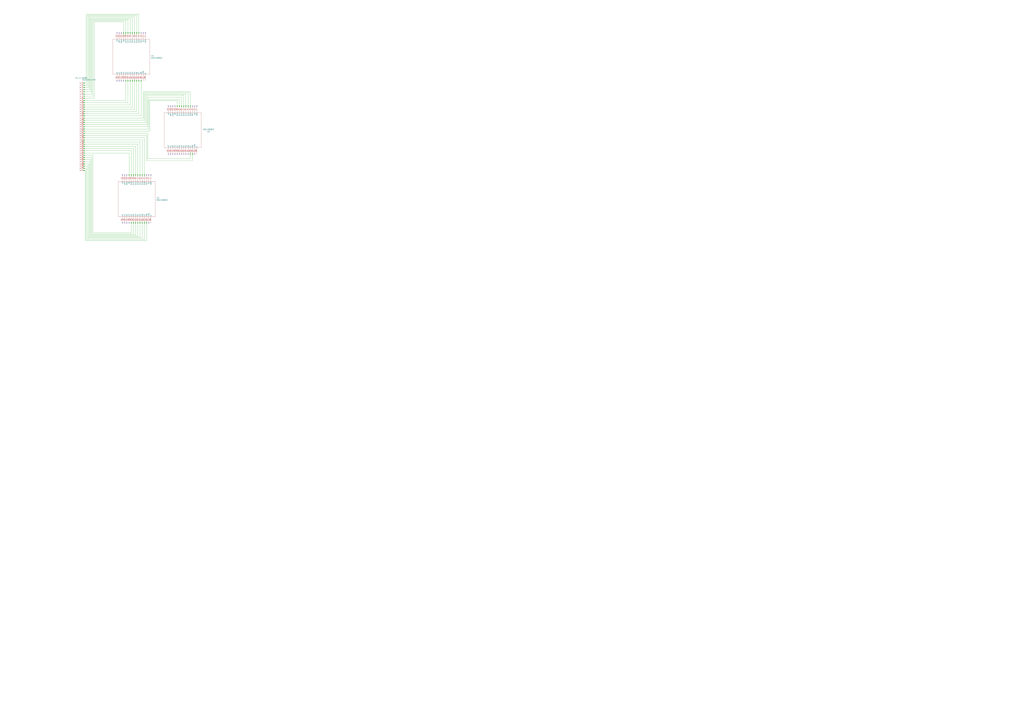
<source format=kicad_sch>
(kicad_sch (version 20250114) (generator "eeschema") (generator_version "9.0")
  (paper "A0")
  (lib_symbols
    (symbol "ADG426BNZ:ADG426BNZ" (pin_names (offset 0.254))
      (property "Reference" "U" (at 27.94 10.16 0))
      (property "Value" "ADG426BNZ" (at 27.94 7.62 0))
      (symbol "ADG426BNZ_0_1"
        (polyline (pts (xy 7.62 5.08) (xy 7.62 -38.1)) (stroke (width 0.127)))
        (polyline (pts (xy 7.62 -38.1) (xy 48.26 -38.1)) (stroke (width 0.127)))
        (polyline (pts (xy 48.26 5.08) (xy 7.62 5.08)) (stroke (width 0.127)))
        (polyline (pts (xy 48.26 -38.1) (xy 48.26 5.08)) (stroke (width 0.127)))
        (pin power_in line (at 0 0 0) (length 7.62) (name "VDD") (number "1"))
        (pin unspecified line (at 0 -2.54 0) (length 7.62) (name "NC") (number "2"))
        (pin unspecified line (at 0 -5.08 0) (length 7.62) (name "RS*") (number "3"))
        (pin unspecified line (at 0 -7.62 0) (length 7.62) (name "S16") (number "4"))
        (pin unspecified line (at 0 -10.16 0) (length 7.62) (name "S15") (number "5"))
        (pin unspecified line (at 0 -12.7 0) (length 7.62) (name "S14") (number "6"))
        (pin unspecified line (at 0 -15.24 0) (length 7.62) (name "S13") (number "7"))
        (pin unspecified line (at 0 -17.78 0) (length 7.62) (name "S12") (number "8"))
        (pin unspecified line (at 0 -20.32 0) (length 7.62) (name "S11") (number "9"))
        (pin unspecified line (at 0 -22.86 0) (length 7.62) (name "S10") (number "10"))
        (pin unspecified line (at 0 -25.4 0) (length 7.62) (name "S9") (number "11"))
        (pin unspecified line (at 0 -27.94 0) (length 7.62) (name "GND") (number "12"))
        (pin unspecified line (at 0 -30.48 0) (length 7.62) (name "WR*") (number "13"))
        (pin unspecified line (at 0 -33.02 0) (length 7.62) (name "A3") (number "14"))
        (pin unspecified line (at 55.88 0 180) (length 7.62) (name "D") (number "28"))
        (pin power_in line (at 55.88 -2.54 180) (length 7.62) (name "VSS") (number "27"))
        (pin unspecified line (at 55.88 -5.08 180) (length 7.62) (name "S8") (number "26"))
        (pin unspecified line (at 55.88 -7.62 180) (length 7.62) (name "S7") (number "25"))
        (pin unspecified line (at 55.88 -10.16 180) (length 7.62) (name "S6") (number "24"))
        (pin unspecified line (at 55.88 -12.7 180) (length 7.62) (name "S5") (number "23"))
        (pin unspecified line (at 55.88 -15.24 180) (length 7.62) (name "S4") (number "22"))
        (pin unspecified line (at 55.88 -17.78 180) (length 7.62) (name "S3") (number "21"))
        (pin unspecified line (at 55.88 -20.32 180) (length 7.62) (name "S2") (number "20"))
        (pin unspecified line (at 55.88 -22.86 180) (length 7.62) (name "S1") (number "19"))
        (pin unspecified line (at 55.88 -25.4 180) (length 7.62) (name "EN") (number "18"))
        (pin unspecified line (at 55.88 -27.94 180) (length 7.62) (name "A0") (number "17"))
        (pin unspecified line (at 55.88 -30.48 180) (length 7.62) (name "A1") (number "16"))
        (pin unspecified line (at 55.88 -33.02 180) (length 7.62) (name "A2") (number "15"))
      )
    )
    (symbol "Connector:Conn_01x41_Pin" (pin_names (offset 1.016) (hide yes))
      (property "Reference" "J" (at 0 53.34 0))
      (property "Value" "Conn_01x41_Pin" (at 0 -53.34 0))
      (symbol "Conn_01x41_Pin_1_1"
        (rectangle (start 0.8636 50.927) (end 0 50.673) (stroke (width 0.1524)) (fill (type outline)))
        (rectangle (start 0.8636 48.387) (end 0 48.133) (stroke (width 0.1524)) (fill (type outline)))
        (rectangle (start 0.8636 45.847) (end 0 45.593) (stroke (width 0.1524)) (fill (type outline)))
        (rectangle (start 0.8636 43.307) (end 0 43.053) (stroke (width 0.1524)) (fill (type outline)))
        (rectangle (start 0.8636 40.767) (end 0 40.513) (stroke (width 0.1524)) (fill (type outline)))
        (rectangle (start 0.8636 38.227) (end 0 37.973) (stroke (width 0.1524)) (fill (type outline)))
        (rectangle (start 0.8636 35.687) (end 0 35.433) (stroke (width 0.1524)) (fill (type outline)))
        (rectangle (start 0.8636 33.147) (end 0 32.893) (stroke (width 0.1524)) (fill (type outline)))
        (rectangle (start 0.8636 30.607) (end 0 30.353) (stroke (width 0.1524)) (fill (type outline)))
        (rectangle (start 0.8636 28.067) (end 0 27.813) (stroke (width 0.1524)) (fill (type outline)))
        (rectangle (start 0.8636 25.527) (end 0 25.273) (stroke (width 0.1524)) (fill (type outline)))
        (rectangle (start 0.8636 22.987) (end 0 22.733) (stroke (width 0.1524)) (fill (type outline)))
        (rectangle (start 0.8636 20.447) (end 0 20.193) (stroke (width 0.1524)) (fill (type outline)))
        (rectangle (start 0.8636 17.907) (end 0 17.653) (stroke (width 0.1524)) (fill (type outline)))
        (rectangle (start 0.8636 15.367) (end 0 15.113) (stroke (width 0.1524)) (fill (type outline)))
        (rectangle (start 0.8636 12.827) (end 0 12.573) (stroke (width 0.1524)) (fill (type outline)))
        (rectangle (start 0.8636 10.287) (end 0 10.033) (stroke (width 0.1524)) (fill (type outline)))
        (rectangle (start 0.8636 7.747) (end 0 7.493) (stroke (width 0.1524)) (fill (type outline)))
        (rectangle (start 0.8636 5.207) (end 0 4.953) (stroke (width 0.1524)) (fill (type outline)))
        (rectangle (start 0.8636 2.667) (end 0 2.413) (stroke (width 0.1524)) (fill (type outline)))
        (rectangle (start 0.8636 0.127) (end 0 -0.127) (stroke (width 0.1524)) (fill (type outline)))
        (rectangle (start 0.8636 -2.413) (end 0 -2.667) (stroke (width 0.1524)) (fill (type outline)))
        (rectangle (start 0.8636 -4.953) (end 0 -5.207) (stroke (width 0.1524)) (fill (type outline)))
        (rectangle (start 0.8636 -7.493) (end 0 -7.747) (stroke (width 0.1524)) (fill (type outline)))
        (rectangle (start 0.8636 -10.033) (end 0 -10.287) (stroke (width 0.1524)) (fill (type outline)))
        (rectangle (start 0.8636 -12.573) (end 0 -12.827) (stroke (width 0.1524)) (fill (type outline)))
        (rectangle (start 0.8636 -15.113) (end 0 -15.367) (stroke (width 0.1524)) (fill (type outline)))
        (rectangle (start 0.8636 -17.653) (end 0 -17.907) (stroke (width 0.1524)) (fill (type outline)))
        (rectangle (start 0.8636 -20.193) (end 0 -20.447) (stroke (width 0.1524)) (fill (type outline)))
        (rectangle (start 0.8636 -22.733) (end 0 -22.987) (stroke (width 0.1524)) (fill (type outline)))
        (rectangle (start 0.8636 -25.273) (end 0 -25.527) (stroke (width 0.1524)) (fill (type outline)))
        (rectangle (start 0.8636 -27.813) (end 0 -28.067) (stroke (width 0.1524)) (fill (type outline)))
        (rectangle (start 0.8636 -30.353) (end 0 -30.607) (stroke (width 0.1524)) (fill (type outline)))
        (rectangle (start 0.8636 -32.893) (end 0 -33.147) (stroke (width 0.1524)) (fill (type outline)))
        (rectangle (start 0.8636 -35.433) (end 0 -35.687) (stroke (width 0.1524)) (fill (type outline)))
        (rectangle (start 0.8636 -37.973) (end 0 -38.227) (stroke (width 0.1524)) (fill (type outline)))
        (rectangle (start 0.8636 -40.513) (end 0 -40.767) (stroke (width 0.1524)) (fill (type outline)))
        (rectangle (start 0.8636 -43.053) (end 0 -43.307) (stroke (width 0.1524)) (fill (type outline)))
        (rectangle (start 0.8636 -45.593) (end 0 -45.847) (stroke (width 0.1524)) (fill (type outline)))
        (rectangle (start 0.8636 -48.133) (end 0 -48.387) (stroke (width 0.1524)) (fill (type outline)))
        (rectangle (start 0.8636 -50.673) (end 0 -50.927) (stroke (width 0.1524)) (fill (type outline)))
        (polyline (pts (xy 1.27 50.8) (xy 0.8636 50.8)) (stroke (width 0.1524)))
        (polyline (pts (xy 1.27 48.26) (xy 0.8636 48.26)) (stroke (width 0.1524)))
        (polyline (pts (xy 1.27 45.72) (xy 0.8636 45.72)) (stroke (width 0.1524)))
        (polyline (pts (xy 1.27 43.18) (xy 0.8636 43.18)) (stroke (width 0.1524)))
        (polyline (pts (xy 1.27 40.64) (xy 0.8636 40.64)) (stroke (width 0.1524)))
        (polyline (pts (xy 1.27 38.1) (xy 0.8636 38.1)) (stroke (width 0.1524)))
        (polyline (pts (xy 1.27 35.56) (xy 0.8636 35.56)) (stroke (width 0.1524)))
        (polyline (pts (xy 1.27 33.02) (xy 0.8636 33.02)) (stroke (width 0.1524)))
        (polyline (pts (xy 1.27 30.48) (xy 0.8636 30.48)) (stroke (width 0.1524)))
        (polyline (pts (xy 1.27 27.94) (xy 0.8636 27.94)) (stroke (width 0.1524)))
        (polyline (pts (xy 1.27 25.4) (xy 0.8636 25.4)) (stroke (width 0.1524)))
        (polyline (pts (xy 1.27 22.86) (xy 0.8636 22.86)) (stroke (width 0.1524)))
        (polyline (pts (xy 1.27 20.32) (xy 0.8636 20.32)) (stroke (width 0.1524)))
        (polyline (pts (xy 1.27 17.78) (xy 0.8636 17.78)) (stroke (width 0.1524)))
        (polyline (pts (xy 1.27 15.24) (xy 0.8636 15.24)) (stroke (width 0.1524)))
        (polyline (pts (xy 1.27 12.7) (xy 0.8636 12.7)) (stroke (width 0.1524)))
        (polyline (pts (xy 1.27 10.16) (xy 0.8636 10.16)) (stroke (width 0.1524)))
        (polyline (pts (xy 1.27 7.62) (xy 0.8636 7.62)) (stroke (width 0.1524)))
        (polyline (pts (xy 1.27 5.08) (xy 0.8636 5.08)) (stroke (width 0.1524)))
        (polyline (pts (xy 1.27 2.54) (xy 0.8636 2.54)) (stroke (width 0.1524)))
        (polyline (pts (xy 1.27 0) (xy 0.8636 0)) (stroke (width 0.1524)))
        (polyline (pts (xy 1.27 -2.54) (xy 0.8636 -2.54)) (stroke (width 0.1524)))
        (polyline (pts (xy 1.27 -5.08) (xy 0.8636 -5.08)) (stroke (width 0.1524)))
        (polyline (pts (xy 1.27 -7.62) (xy 0.8636 -7.62)) (stroke (width 0.1524)))
        (polyline (pts (xy 1.27 -10.16) (xy 0.8636 -10.16)) (stroke (width 0.1524)))
        (polyline (pts (xy 1.27 -12.7) (xy 0.8636 -12.7)) (stroke (width 0.1524)))
        (polyline (pts (xy 1.27 -15.24) (xy 0.8636 -15.24)) (stroke (width 0.1524)))
        (polyline (pts (xy 1.27 -17.78) (xy 0.8636 -17.78)) (stroke (width 0.1524)))
        (polyline (pts (xy 1.27 -20.32) (xy 0.8636 -20.32)) (stroke (width 0.1524)))
        (polyline (pts (xy 1.27 -22.86) (xy 0.8636 -22.86)) (stroke (width 0.1524)))
        (polyline (pts (xy 1.27 -25.4) (xy 0.8636 -25.4)) (stroke (width 0.1524)))
        (polyline (pts (xy 1.27 -27.94) (xy 0.8636 -27.94)) (stroke (width 0.1524)))
        (polyline (pts (xy 1.27 -30.48) (xy 0.8636 -30.48)) (stroke (width 0.1524)))
        (polyline (pts (xy 1.27 -33.02) (xy 0.8636 -33.02)) (stroke (width 0.1524)))
        (polyline (pts (xy 1.27 -35.56) (xy 0.8636 -35.56)) (stroke (width 0.1524)))
        (polyline (pts (xy 1.27 -38.1) (xy 0.8636 -38.1)) (stroke (width 0.1524)))
        (polyline (pts (xy 1.27 -40.64) (xy 0.8636 -40.64)) (stroke (width 0.1524)))
        (polyline (pts (xy 1.27 -43.18) (xy 0.8636 -43.18)) (stroke (width 0.1524)))
        (polyline (pts (xy 1.27 -45.72) (xy 0.8636 -45.72)) (stroke (width 0.1524)))
        (polyline (pts (xy 1.27 -48.26) (xy 0.8636 -48.26)) (stroke (width 0.1524)))
        (polyline (pts (xy 1.27 -50.8) (xy 0.8636 -50.8)) (stroke (width 0.1524)))
        (pin passive line (at 5.08 50.8 180) (length 3.81) (name "Pin_1") (number "1"))
        (pin passive line (at 5.08 48.26 180) (length 3.81) (name "Pin_2") (number "2"))
        (pin passive line (at 5.08 45.72 180) (length 3.81) (name "Pin_3") (number "3"))
        (pin passive line (at 5.08 43.18 180) (length 3.81) (name "Pin_4") (number "4"))
        (pin passive line (at 5.08 40.64 180) (length 3.81) (name "Pin_5") (number "5"))
        (pin passive line (at 5.08 38.1 180) (length 3.81) (name "Pin_6") (number "6"))
        (pin passive line (at 5.08 35.56 180) (length 3.81) (name "Pin_7") (number "7"))
        (pin passive line (at 5.08 33.02 180) (length 3.81) (name "Pin_8") (number "8"))
        (pin passive line (at 5.08 30.48 180) (length 3.81) (name "Pin_9") (number "9"))
        (pin passive line (at 5.08 27.94 180) (length 3.81) (name "Pin_10") (number "10"))
        (pin passive line (at 5.08 25.4 180) (length 3.81) (name "Pin_11") (number "11"))
        (pin passive line (at 5.08 22.86 180) (length 3.81) (name "Pin_12") (number "12"))
        (pin passive line (at 5.08 20.32 180) (length 3.81) (name "Pin_13") (number "13"))
        (pin passive line (at 5.08 17.78 180) (length 3.81) (name "Pin_14") (number "14"))
        (pin passive line (at 5.08 15.24 180) (length 3.81) (name "Pin_15") (number "15"))
        (pin passive line (at 5.08 12.7 180) (length 3.81) (name "Pin_16") (number "16"))
        (pin passive line (at 5.08 10.16 180) (length 3.81) (name "Pin_17") (number "17"))
        (pin passive line (at 5.08 7.62 180) (length 3.81) (name "Pin_18") (number "18"))
        (pin passive line (at 5.08 5.08 180) (length 3.81) (name "Pin_19") (number "19"))
        (pin passive line (at 5.08 2.54 180) (length 3.81) (name "Pin_20") (number "20"))
        (pin passive line (at 5.08 0 180) (length 3.81) (name "Pin_21") (number "21"))
        (pin passive line (at 5.08 -2.54 180) (length 3.81) (name "Pin_22") (number "22"))
        (pin passive line (at 5.08 -5.08 180) (length 3.81) (name "Pin_23") (number "23"))
        (pin passive line (at 5.08 -7.62 180) (length 3.81) (name "Pin_24") (number "24"))
        (pin passive line (at 5.08 -10.16 180) (length 3.81) (name "Pin_25") (number "25"))
        (pin passive line (at 5.08 -12.7 180) (length 3.81) (name "Pin_26") (number "26"))
        (pin passive line (at 5.08 -15.24 180) (length 3.81) (name "Pin_27") (number "27"))
        (pin passive line (at 5.08 -17.78 180) (length 3.81) (name "Pin_28") (number "28"))
        (pin passive line (at 5.08 -20.32 180) (length 3.81) (name "Pin_29") (number "29"))
        (pin passive line (at 5.08 -22.86 180) (length 3.81) (name "Pin_30") (number "30"))
        (pin passive line (at 5.08 -25.4 180) (length 3.81) (name "Pin_31") (number "31"))
        (pin passive line (at 5.08 -27.94 180) (length 3.81) (name "Pin_32") (number "32"))
        (pin passive line (at 5.08 -30.48 180) (length 3.81) (name "Pin_33") (number "33"))
        (pin passive line (at 5.08 -33.02 180) (length 3.81) (name "Pin_34") (number "34"))
        (pin passive line (at 5.08 -35.56 180) (length 3.81) (name "Pin_35") (number "35"))
        (pin passive line (at 5.08 -38.1 180) (length 3.81) (name "Pin_36") (number "36"))
        (pin passive line (at 5.08 -40.64 180) (length 3.81) (name "Pin_37") (number "37"))
        (pin passive line (at 5.08 -43.18 180) (length 3.81) (name "Pin_38") (number "38"))
        (pin passive line (at 5.08 -45.72 180) (length 3.81) (name "Pin_39") (number "39"))
        (pin passive line (at 5.08 -48.26 180) (length 3.81) (name "Pin_40") (number "40"))
        (pin passive line (at 5.08 -50.8 180) (length 3.81) (name "Pin_41") (number "41"))
      )
    )
  )
  (junction (at 97.79 187.96))
  (junction (at 165.1 259.08))
  (junction (at 156.21 93.98))
  (junction (at 158.75 38.1))
  (junction (at 97.79 124.46))
  (junction (at 153.67 93.98))
  (junction (at 97.79 149.86))
  (junction (at 161.29 38.1))
  (junction (at 152.4 203.2))
  (junction (at 97.79 96.52))
  (junction (at 154.94 259.08))
  (junction (at 208.28 123.19))
  (junction (at 220.98 179.07))
  (junction (at 97.79 104.14))
  (junction (at 223.52 179.07))
  (junction (at 151.13 38.1))
  (junction (at 157.48 259.08))
  (junction (at 165.1 203.2))
  (junction (at 151.13 93.98))
  (junction (at 146.05 38.1))
  (junction (at 153.67 38.1))
  (junction (at 97.79 193.04))
  (junction (at 149.86 203.2))
  (junction (at 146.05 93.98))
  (junction (at 97.79 106.68))
  (junction (at 215.9 123.19))
  (junction (at 97.79 157.48))
  (junction (at 97.79 147.32))
  (junction (at 97.79 139.7))
  (junction (at 97.79 116.84))
  (junction (at 160.02 203.2))
  (junction (at 167.64 203.2))
  (junction (at 97.79 99.06))
  (junction (at 97.79 177.8))
  (junction (at 97.79 119.38))
  (junction (at 143.51 38.1))
  (junction (at 97.79 170.18))
  (junction (at 97.79 129.54))
  (junction (at 97.79 121.92))
  (junction (at 161.29 93.98))
  (junction (at 170.18 259.08))
  (junction (at 97.79 160.02))
  (junction (at 97.79 101.6))
  (junction (at 156.21 38.1))
  (junction (at 158.75 93.98))
  (junction (at 97.79 134.62))
  (junction (at 97.79 114.3))
  (junction (at 97.79 175.26))
  (junction (at 97.79 185.42))
  (junction (at 152.4 259.08))
  (junction (at 97.79 142.24))
  (junction (at 218.44 123.19))
  (junction (at 163.83 93.98))
  (junction (at 160.02 259.08))
  (junction (at 154.94 203.2))
  (junction (at 97.79 190.5))
  (junction (at 97.79 165.1))
  (junction (at 97.79 127))
  (junction (at 167.64 259.08))
  (junction (at 220.98 123.19))
  (junction (at 162.56 259.08))
  (junction (at 157.48 203.2))
  (junction (at 97.79 137.16))
  (junction (at 97.79 154.94))
  (junction (at 97.79 111.76))
  (junction (at 205.74 123.19))
  (junction (at 97.79 144.78))
  (junction (at 97.79 162.56))
  (junction (at 162.56 203.2))
  (junction (at 97.79 198.12))
  (junction (at 97.79 109.22))
  (junction (at 97.79 180.34))
  (junction (at 210.82 123.19))
  (junction (at 97.79 167.64))
  (junction (at 97.79 172.72))
  (junction (at 97.79 195.58))
  (junction (at 213.36 123.19))
  (junction (at 148.59 93.98))
  (junction (at 148.59 38.1))
  (junction (at 97.79 152.4))
  (junction (at 97.79 182.88))
  (junction (at 97.79 132.08))
  (no_connect (at 144.78 203.2))
  (no_connect (at 208.28 179.07))
  (no_connect (at 226.06 123.19))
  (no_connect (at 195.58 179.07))
  (no_connect (at 213.36 179.07))
  (no_connect (at 195.58 123.19))
  (no_connect (at 166.37 38.1))
  (no_connect (at 215.9 179.07))
  (no_connect (at 198.12 123.19))
  (no_connect (at 203.2 123.19))
  (no_connect (at 223.52 123.19))
  (no_connect (at 144.78 259.08))
  (no_connect (at 138.43 38.1))
  (no_connect (at 147.32 203.2))
  (no_connect (at 147.32 259.08))
  (no_connect (at 175.26 203.2))
  (no_connect (at 163.83 38.1))
  (no_connect (at 140.97 93.98))
  (no_connect (at 205.74 179.07))
  (no_connect (at 168.91 38.1))
  (no_connect (at 142.24 203.2))
  (no_connect (at 228.6 123.19))
  (no_connect (at 218.44 179.07))
  (no_connect (at 135.89 93.98))
  (no_connect (at 149.86 259.08))
  (no_connect (at 226.06 179.07))
  (no_connect (at 198.12 179.07))
  (no_connect (at 200.66 123.19))
  (no_connect (at 143.51 93.98))
  (no_connect (at 140.97 38.1))
  (no_connect (at 210.82 179.07))
  (no_connect (at 142.24 259.08))
  (no_connect (at 170.18 203.2))
  (no_connect (at 135.89 38.1))
  (no_connect (at 172.72 203.2))
  (no_connect (at 172.72 259.08))
  (no_connect (at 200.66 179.07))
  (no_connect (at 203.2 179.07))
  (no_connect (at 138.43 93.98))
  (wire (pts (xy 109.22 114.3) (xy 109.22 25.4)))
  (wire (pts (xy 167.64 107.95) (xy 218.44 107.95)))
  (wire (pts (xy 104.14 187.96) (xy 104.14 274.32)))
  (wire (pts (xy 97.79 121.92) (xy 151.13 121.92)))
  (wire (pts (xy 223.52 179.07) (xy 223.52 186.69)))
  (wire (pts (xy 149.86 203.2) (xy 149.86 204.47)))
  (wire (pts (xy 167.64 256.54) (xy 167.64 259.08)))
  (wire (pts (xy 107.95 180.34) (xy 107.95 270.51)))
  (wire (pts (xy 99.06 198.12) (xy 99.06 279.4)))
  (wire (pts (xy 97.79 195.58) (xy 96.52 195.58)))
  (wire (pts (xy 96.52 152.4) (xy 97.79 152.4)))
  (wire (pts (xy 97.79 182.88) (xy 106.68 182.88)))
  (wire (pts (xy 97.79 170.18) (xy 157.48 170.18)))
  (wire (pts (xy 160.02 257.81) (xy 160.02 259.08)))
  (wire (pts (xy 171.45 113.03) (xy 210.82 113.03)))
  (wire (pts (xy 165.1 256.54) (xy 165.1 259.08)))
  (wire (pts (xy 95.25 119.38) (xy 97.79 119.38)))
  (wire (pts (xy 96.52 172.72) (xy 97.79 172.72)))
  (wire (pts (xy 97.79 147.32) (xy 171.45 147.32)))
  (wire (pts (xy 170.18 157.48) (xy 170.18 186.69)))
  (wire (pts (xy 99.06 198.12) (xy 97.79 198.12)))
  (wire (pts (xy 97.79 160.02) (xy 167.64 160.02)))
  (wire (pts (xy 152.4 259.08) (xy 152.4 270.51)))
  (wire (pts (xy 97.79 144.78) (xy 170.18 144.78)))
  (wire (pts (xy 157.48 257.81) (xy 157.48 259.08)))
  (wire (pts (xy 97.79 111.76) (xy 107.95 111.76)))
  (wire (pts (xy 100.33 16.51) (xy 161.29 16.51)))
  (wire (pts (xy 213.36 123.19) (xy 213.36 125.73)))
  (wire (pts (xy 97.79 124.46) (xy 153.67 124.46)))
  (wire (pts (xy 97.79 132.08) (xy 161.29 132.08)))
  (wire (pts (xy 101.6 99.06) (xy 101.6 17.78)))
  (wire (pts (xy 99.06 279.4) (xy 170.18 279.4)))
  (wire (pts (xy 107.95 111.76) (xy 107.95 24.13)))
  (wire (pts (xy 156.21 19.05) (xy 156.21 38.1)))
  (wire (pts (xy 154.94 203.2) (xy 154.94 207.01)))
  (wire (pts (xy 165.1 162.56) (xy 165.1 203.2)))
  (wire (pts (xy 104.14 104.14) (xy 104.14 20.32)))
  (wire (pts (xy 146.05 93.98) (xy 146.05 116.84)))
  (wire (pts (xy 205.74 123.19) (xy 205.74 124.46)))
  (wire (pts (xy 170.18 186.69) (xy 223.52 186.69)))
  (wire (pts (xy 168.91 142.24) (xy 168.91 109.22)))
  (wire (pts (xy 104.14 20.32) (xy 153.67 20.32)))
  (wire (pts (xy 97.79 119.38) (xy 148.59 119.38)))
  (wire (pts (xy 170.18 256.54) (xy 170.18 259.08)))
  (wire (pts (xy 97.79 114.3) (xy 109.22 114.3)))
  (wire (pts (xy 97.79 187.96) (xy 104.14 187.96)))
  (wire (pts (xy 151.13 93.98) (xy 151.13 121.92)))
  (wire (pts (xy 97.79 198.12) (xy 96.52 198.12)))
  (wire (pts (xy 109.22 25.4) (xy 143.51 25.4)))
  (wire (pts (xy 96.52 167.64) (xy 97.79 167.64)))
  (wire (pts (xy 157.48 203.2) (xy 157.48 204.47)))
  (wire (pts (xy 160.02 259.08) (xy 160.02 274.32)))
  (wire (pts (xy 97.79 109.22) (xy 106.68 109.22)))
  (wire (pts (xy 165.1 203.2) (xy 165.1 205.74)))
  (wire (pts (xy 167.64 259.08) (xy 167.64 278.13)))
  (wire (pts (xy 158.75 17.78) (xy 158.75 38.1)))
  (wire (pts (xy 97.79 106.68) (xy 105.41 106.68)))
  (wire (pts (xy 97.79 190.5) (xy 102.87 190.5)))
  (wire (pts (xy 96.52 149.86) (xy 97.79 149.86)))
  (wire (pts (xy 157.48 170.18) (xy 157.48 203.2)))
  (wire (pts (xy 97.79 162.56) (xy 165.1 162.56)))
  (wire (pts (xy 96.52 124.46) (xy 97.79 124.46)))
  (wire (pts (xy 165.1 259.08) (xy 165.1 276.86)))
  (wire (pts (xy 102.87 190.5) (xy 102.87 275.59)))
  (wire (pts (xy 166.37 106.68) (xy 220.98 106.68)))
  (wire (pts (xy 157.48 259.08) (xy 157.48 273.05)))
  (wire (pts (xy 102.87 275.59) (xy 162.56 275.59)))
  (wire (pts (xy 97.79 101.6) (xy 102.87 101.6)))
  (wire (pts (xy 173.99 152.4) (xy 173.99 116.84)))
  (wire (pts (xy 97.79 104.14) (xy 104.14 104.14)))
  (wire (pts (xy 172.72 149.86) (xy 172.72 115.57)))
  (wire (pts (xy 96.52 160.02) (xy 97.79 160.02)))
  (wire (pts (xy 97.79 157.48) (xy 170.18 157.48)))
  (wire (pts (xy 102.87 101.6) (xy 102.87 19.05)))
  (wire (pts (xy 97.79 127) (xy 156.21 127)))
  (wire (pts (xy 148.59 92.71) (xy 148.59 93.98)))
  (wire (pts (xy 96.52 147.32) (xy 97.79 147.32)))
  (wire (pts (xy 97.79 139.7) (xy 167.64 139.7)))
  (wire (pts (xy 218.44 123.19) (xy 218.44 125.73)))
  (wire (pts (xy 95.25 142.24) (xy 97.79 142.24)))
  (wire (pts (xy 151.13 38.1) (xy 151.13 40.64)))
  (wire (pts (xy 102.87 19.05) (xy 156.21 19.05)))
  (wire (pts (xy 105.41 273.05) (xy 157.48 273.05)))
  (wire (pts (xy 162.56 203.2) (xy 162.56 205.74)))
  (wire (pts (xy 101.6 17.78) (xy 158.75 17.78)))
  (wire (pts (xy 158.75 92.71) (xy 158.75 93.98)))
  (wire (pts (xy 208.28 115.57) (xy 208.28 123.19)))
  (wire (pts (xy 97.79 137.16) (xy 166.37 137.16)))
  (wire (pts (xy 158.75 38.1) (xy 158.75 40.64)))
  (wire (pts (xy 210.82 124.46) (xy 210.82 123.19)))
  (wire (pts (xy 171.45 154.94) (xy 171.45 184.15)))
  (wire (pts (xy 106.68 182.88) (xy 106.68 271.78)))
  (wire (pts (xy 97.79 175.26) (xy 152.4 175.26)))
  (wire (pts (xy 96.52 116.84) (xy 97.79 116.84)))
  (wire (pts (xy 97.79 193.04) (xy 101.6 193.04)))
  (wire (pts (xy 97.79 165.1) (xy 162.56 165.1)))
  (wire (pts (xy 96.52 193.04) (xy 97.79 193.04)))
  (wire (pts (xy 97.79 154.94) (xy 171.45 154.94)))
  (wire (pts (xy 146.05 38.1) (xy 146.05 41.91)))
  (wire (pts (xy 220.98 106.68) (xy 220.98 123.19)))
  (wire (pts (xy 152.4 175.26) (xy 152.4 203.2)))
  (wire (pts (xy 170.18 259.08) (xy 170.18 279.4)))
  (wire (pts (xy 168.91 109.22) (xy 215.9 109.22)))
  (wire (pts (xy 163.83 93.98) (xy 163.83 134.62)))
  (wire (pts (xy 218.44 107.95) (xy 218.44 123.19)))
  (wire (pts (xy 97.79 149.86) (xy 172.72 149.86)))
  (wire (pts (xy 162.56 259.08) (xy 162.56 275.59)))
  (wire (pts (xy 96.52 106.68) (xy 97.79 106.68)))
  (wire (pts (xy 104.14 274.32) (xy 160.02 274.32)))
  (wire (pts (xy 154.94 256.54) (xy 154.94 259.08)))
  (wire (pts (xy 162.56 165.1) (xy 162.56 203.2)))
  (wire (pts (xy 161.29 16.51) (xy 161.29 38.1)))
  (wire (pts (xy 96.52 96.52) (xy 97.79 96.52)))
  (wire (pts (xy 106.68 109.22) (xy 106.68 22.86)))
  (wire (pts (xy 97.79 172.72) (xy 154.94 172.72)))
  (wire (pts (xy 97.79 116.84) (xy 146.05 116.84)))
  (wire (pts (xy 100.33 195.58) (xy 97.79 195.58)))
  (wire (pts (xy 148.59 93.98) (xy 148.59 119.38)))
  (wire (pts (xy 105.41 185.42) (xy 105.41 273.05)))
  (wire (pts (xy 97.79 99.06) (xy 101.6 99.06)))
  (wire (pts (xy 215.9 109.22) (xy 215.9 123.19)))
  (wire (pts (xy 96.52 127) (xy 97.79 127)))
  (wire (pts (xy 101.6 276.86) (xy 165.1 276.86)))
  (wire (pts (xy 96.52 134.62) (xy 97.79 134.62)))
  (wire (pts (xy 96.52 157.48) (xy 97.79 157.48)))
  (wire (pts (xy 156.21 38.1) (xy 156.21 41.91)))
  (wire (pts (xy 97.79 142.24) (xy 168.91 142.24)))
  (wire (pts (xy 151.13 92.71) (xy 151.13 93.98)))
  (wire (pts (xy 208.28 124.46) (xy 208.28 123.19)))
  (wire (pts (xy 167.64 160.02) (xy 167.64 203.2)))
  (wire (pts (xy 96.52 99.06) (xy 97.79 99.06)))
  (wire (pts (xy 146.05 92.71) (xy 146.05 93.98)))
  (wire (pts (xy 97.79 180.34) (xy 107.95 180.34)))
  (wire (pts (xy 166.37 137.16) (xy 166.37 106.68)))
  (wire (pts (xy 96.52 137.16) (xy 97.79 137.16)))
  (wire (pts (xy 101.6 193.04) (xy 101.6 276.86)))
  (wire (pts (xy 100.33 96.52) (xy 100.33 16.51)))
  (wire (pts (xy 96.52 121.92) (xy 97.79 121.92)))
  (wire (pts (xy 143.51 38.1) (xy 143.51 41.91)))
  (wire (pts (xy 97.79 134.62) (xy 163.83 134.62)))
  (wire (pts (xy 97.79 96.52) (xy 100.33 96.52)))
  (wire (pts (xy 96.52 104.14) (xy 97.79 104.14)))
  (wire (pts (xy 215.9 123.19) (xy 215.9 125.73)))
  (wire (pts (xy 96.52 180.34) (xy 97.79 180.34)))
  (wire (pts (xy 152.4 203.2) (xy 152.4 205.74)))
  (wire (pts (xy 153.67 92.71) (xy 153.67 93.98)))
  (wire (pts (xy 96.52 165.1) (xy 97.79 165.1)))
  (wire (pts (xy 167.64 203.2) (xy 167.64 205.74)))
  (wire (pts (xy 100.33 195.58) (xy 100.33 278.13)))
  (wire (pts (xy 100.33 278.13) (xy 167.64 278.13)))
  (wire (pts (xy 96.52 139.7) (xy 97.79 139.7)))
  (wire (pts (xy 96.52 182.88) (xy 97.79 182.88)))
  (wire (pts (xy 97.79 177.8) (xy 149.86 177.8)))
  (wire (pts (xy 156.21 91.44) (xy 156.21 93.98)))
  (wire (pts (xy 223.52 177.8) (xy 223.52 179.07)))
  (wire (pts (xy 96.52 170.18) (xy 97.79 170.18)))
  (wire (pts (xy 143.51 25.4) (xy 143.51 38.1)))
  (wire (pts (xy 106.68 271.78) (xy 154.94 271.78)))
  (wire (pts (xy 96.52 187.96) (xy 97.79 187.96)))
  (wire (pts (xy 149.86 177.8) (xy 149.86 203.2)))
  (wire (pts (xy 151.13 21.59) (xy 151.13 38.1)))
  (wire (pts (xy 152.4 257.81) (xy 152.4 259.08)))
  (wire (pts (xy 163.83 92.71) (xy 163.83 93.98)))
  (wire (pts (xy 172.72 115.57) (xy 208.28 115.57)))
  (wire (pts (xy 95.25 132.08) (xy 97.79 132.08)))
  (wire (pts (xy 96.52 101.6) (xy 97.79 101.6)))
  (wire (pts (xy 107.95 24.13) (xy 146.05 24.13)))
  (wire (pts (xy 148.59 22.86) (xy 148.59 38.1)))
  (wire (pts (xy 96.52 111.76) (xy 97.79 111.76)))
  (wire (pts (xy 213.36 110.49) (xy 213.36 123.19)))
  (wire (pts (xy 153.67 38.1) (xy 153.67 40.64)))
  (wire (pts (xy 105.41 106.68) (xy 105.41 21.59)))
  (wire (pts (xy 156.21 93.98) (xy 156.21 127)))
  (wire (pts (xy 153.67 20.32) (xy 153.67 38.1)))
  (wire (pts (xy 106.68 22.86) (xy 148.59 22.86)))
  (wire (pts (xy 161.29 93.98) (xy 161.29 132.08)))
  (wire (pts (xy 97.79 152.4) (xy 173.99 152.4)))
  (wire (pts (xy 173.99 116.84) (xy 205.74 116.84)))
  (wire (pts (xy 170.18 144.78) (xy 170.18 110.49)))
  (wire (pts (xy 153.67 93.98) (xy 153.67 124.46)))
  (wire (pts (xy 171.45 147.32) (xy 171.45 113.03)))
  (wire (pts (xy 97.79 129.54) (xy 158.75 129.54)))
  (wire (pts (xy 107.95 270.51) (xy 152.4 270.51)))
  (wire (pts (xy 205.74 116.84) (xy 205.74 123.19)))
  (wire (pts (xy 158.75 93.98) (xy 158.75 129.54)))
  (wire (pts (xy 220.98 179.07) (xy 220.98 184.15)))
  (wire (pts (xy 96.52 162.56) (xy 97.79 162.56)))
  (wire (pts (xy 96.52 190.5) (xy 97.79 190.5)))
  (wire (pts (xy 171.45 184.15) (xy 220.98 184.15)))
  (wire (pts (xy 160.02 167.64) (xy 160.02 203.2)))
  (wire (pts (xy 96.52 175.26) (xy 97.79 175.26)))
  (wire (pts (xy 96.52 114.3) (xy 97.79 114.3)))
  (wire (pts (xy 162.56 256.54) (xy 162.56 259.08)))
  (wire (pts (xy 146.05 24.13) (xy 146.05 38.1)))
  (wire (pts (xy 96.52 144.78) (xy 97.79 144.78)))
  (wire (pts (xy 96.52 154.94) (xy 97.79 154.94)))
  (wire (pts (xy 96.52 109.22) (xy 97.79 109.22)))
  (wire (pts (xy 154.94 259.08) (xy 154.94 271.78)))
  (wire (pts (xy 148.59 38.1) (xy 148.59 40.64)))
  (wire (pts (xy 160.02 203.2) (xy 160.02 205.74)))
  (wire (pts (xy 96.52 177.8) (xy 97.79 177.8)))
  (wire (pts (xy 97.79 167.64) (xy 160.02 167.64)))
  (wire (pts (xy 161.29 38.1) (xy 161.29 40.64)))
  (wire (pts (xy 161.29 92.71) (xy 161.29 93.98)))
  (wire (pts (xy 96.52 185.42) (xy 97.79 185.42)))
  (wire (pts (xy 154.94 172.72) (xy 154.94 203.2)))
  (wire (pts (xy 105.41 21.59) (xy 151.13 21.59)))
  (wire (pts (xy 170.18 110.49) (xy 213.36 110.49)))
  (wire (pts (xy 167.64 139.7) (xy 167.64 107.95)))
  (wire (pts (xy 220.98 176.53) (xy 220.98 179.07)))
  (wire (pts (xy 210.82 113.03) (xy 210.82 123.19)))
  (wire (pts (xy 96.52 129.54) (xy 97.79 129.54)))
  (wire (pts (xy 97.79 185.42) (xy 105.41 185.42)))
  (wire (pts (xy 220.98 123.19) (xy 220.98 127)))
  (symbol (lib_id "Connector:Conn_01x41_Pin") (at 92.71 147.32 0) (unit 1)
    (property "Reference" "MIL-C-26482" (at 94.488 90.678 0))
    (property "Value" "Conn_01x41_Pin" (at 103.378 92.71 0))
    (property "Description" "\"Generic connector, single row, 01x41, script generated\"" (effects (hide yes)))
  )
  (symbol (lib_id "ADG426BNZ:ADG426BNZ") (at 168.91 38.1 270) (unit 1)
    (property "Reference" "U1" (at 175.26 64.7699 90) (effects (font (size 1.524 1.524)) (justify left)))
    (property "Value" "ADG426BNZ" (at 175.26 67.3099 90) (effects (font (size 1.524 1.524)) (justify left)))
    (property "Footprint" "N_28_2_ADI" (effects (hide yes)))
    (property "Datasheet" "https://www.analog.com/media/en/technical-documentation/data-sheets/ADG406_407_426.pdf" (effects (hide yes)))
  )
  (symbol (lib_id "ADG426BNZ:ADG426BNZ") (at 175.26 203.2 270) (unit 1)
    (property "Reference" "U2" (at 181.61 229.8699 90) (effects (font (size 1.524 1.524)) (justify left)))
    (property "Value" "ADG426BNZ" (at 181.61 232.4099 90) (effects (font (size 1.524 1.524)) (justify left)))
    (property "Footprint" "N_28_2_ADI" (effects (hide yes)))
    (property "Datasheet" "https://www.analog.com/media/en/technical-documentation/data-sheets/ADG406_407_426.pdf" (effects (hide yes)))
  )
  (symbol (lib_id "ADG426BNZ:ADG426BNZ") (at 228.6 123.19 270) (unit 1)
    (property "Reference" "U3" (at 242.062 152.908 90) (effects (font (size 1.524 1.524))))
    (property "Value" "ADG426BNZ" (at 242.062 150.368 90) (effects (font (size 1.524 1.524))))
    (property "Footprint" "N_28_2_ADI" (effects (hide yes)))
    (property "Datasheet" "https://www.analog.com/media/en/technical-documentation/data-sheets/ADG406_407_426.pdf" (effects (hide yes)))
  )
)
</source>
